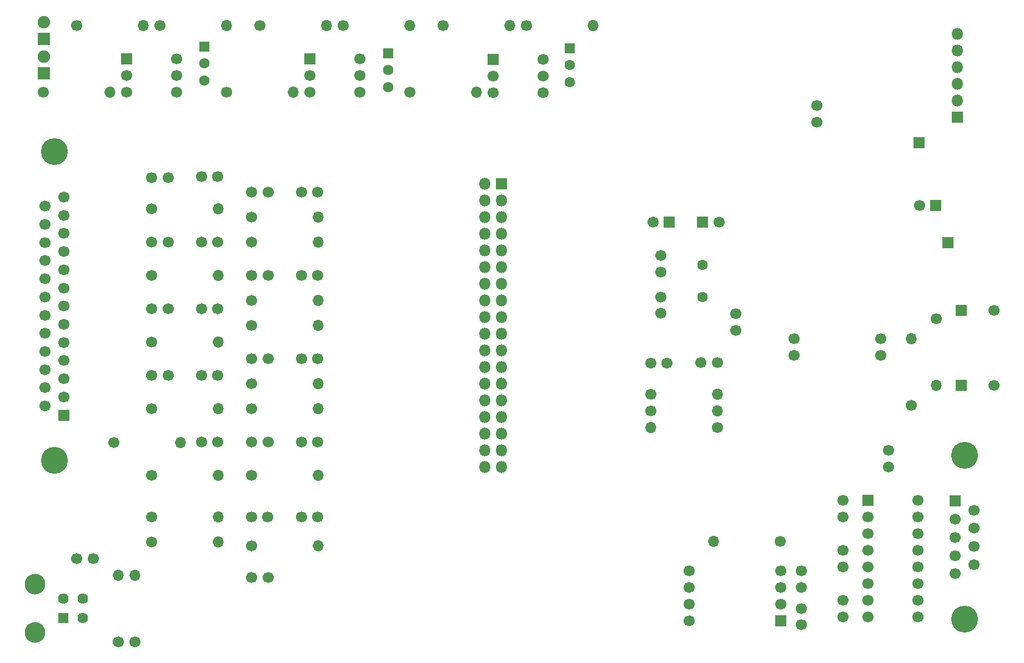
<source format=gbr>
%TF.GenerationSoftware,KiCad,Pcbnew,(5.1.6)-1*%
%TF.CreationDate,2021-08-21T14:57:10-07:00*%
%TF.ProjectId,BPEM488CW,4250454d-3438-4384-9357-2e6b69636164,rev?*%
%TF.SameCoordinates,Original*%
%TF.FileFunction,Soldermask,Bot*%
%TF.FilePolarity,Negative*%
%FSLAX46Y46*%
G04 Gerber Fmt 4.6, Leading zero omitted, Abs format (unit mm)*
G04 Created by KiCad (PCBNEW (5.1.6)-1) date 2021-08-21 14:57:10*
%MOMM*%
%LPD*%
G01*
G04 APERTURE LIST*
%ADD10O,1.700000X1.700000*%
%ADD11C,1.700000*%
%ADD12C,1.900000*%
%ADD13R,1.900000X1.900000*%
%ADD14R,1.700000X1.700000*%
%ADD15O,1.800000X1.800000*%
%ADD16R,1.800000X1.800000*%
%ADD17R,1.600000X1.600000*%
%ADD18C,1.600000*%
%ADD19C,4.100000*%
%ADD20R,1.624000X1.624000*%
%ADD21C,1.624000*%
%ADD22C,3.148000*%
G04 APERTURE END LIST*
D10*
%TO.C,R229*%
X88239600Y-118211600D03*
D11*
X78079600Y-118211600D03*
%TD*%
D12*
%TO.C,D2*%
X67462400Y-54102000D03*
D13*
X67462400Y-56642000D03*
%TD*%
D12*
%TO.C,D1*%
X67411600Y-59385200D03*
D13*
X67411600Y-61925200D03*
%TD*%
D11*
%TO.C,U201*%
X165836600Y-145389600D03*
X165836600Y-142849600D03*
X165836600Y-140309600D03*
X165836600Y-137769600D03*
X179806600Y-137769600D03*
X179806600Y-140309600D03*
X179806600Y-142849600D03*
D14*
X179806600Y-145389600D03*
%TD*%
D15*
%TO.C,U2*%
X206705200Y-55905400D03*
X206705200Y-58445400D03*
X206705200Y-60985400D03*
X206705200Y-63525400D03*
X206705200Y-66065400D03*
D16*
X206705200Y-68605400D03*
%TD*%
%TO.C,TP2*%
X205232000Y-87782400D03*
%TD*%
%TO.C,TP1*%
X200837800Y-72517000D03*
%TD*%
D17*
%TO.C,Q203*%
X91871800Y-57835800D03*
D18*
X91871800Y-63035800D03*
X91871800Y-60435800D03*
%TD*%
D17*
%TO.C,Q202*%
X119888000Y-58851800D03*
D18*
X119888000Y-64051800D03*
X119888000Y-61451800D03*
%TD*%
D17*
%TO.C,Q201*%
X147574000Y-58089800D03*
D18*
X147574000Y-63289800D03*
X147574000Y-60689800D03*
%TD*%
D11*
%TO.C,R226*%
X95250000Y-64770000D03*
D10*
X105410000Y-64770000D03*
%TD*%
D19*
%TO.C,J202*%
X69065000Y-120976000D03*
X69065000Y-73876000D03*
D11*
X67645000Y-82191000D03*
X67645000Y-84961000D03*
X67645000Y-87731000D03*
X67645000Y-90501000D03*
X67645000Y-93271000D03*
X67645000Y-96041000D03*
X67645000Y-98811000D03*
X67645000Y-101581000D03*
X67645000Y-104351000D03*
X67645000Y-107121000D03*
X67645000Y-109891000D03*
X67645000Y-112661000D03*
X70485000Y-80806000D03*
X70485000Y-83576000D03*
X70485000Y-86346000D03*
X70485000Y-89116000D03*
X70485000Y-91886000D03*
X70485000Y-94656000D03*
X70485000Y-97426000D03*
X70485000Y-100196000D03*
X70485000Y-102966000D03*
X70485000Y-105736000D03*
X70485000Y-108506000D03*
X70485000Y-111276000D03*
D14*
X70485000Y-114046000D03*
%TD*%
D19*
%TO.C,J201*%
X207795000Y-120200000D03*
X207795000Y-145200000D03*
D11*
X209215000Y-136855000D03*
X209215000Y-134085000D03*
X209215000Y-131315000D03*
X209215000Y-128545000D03*
X206375000Y-138240000D03*
X206375000Y-135470000D03*
X206375000Y-132700000D03*
X206375000Y-129930000D03*
D14*
X206375000Y-127160000D03*
%TD*%
D10*
%TO.C,R211*%
X109220000Y-133985000D03*
D11*
X99060000Y-133985000D03*
%TD*%
%TO.C,C232*%
X196215000Y-121920000D03*
X196215000Y-119420000D03*
%TD*%
%TO.C,C231*%
X189230000Y-134660000D03*
X189230000Y-137160000D03*
%TD*%
%TO.C,U205*%
X200660000Y-144780000D03*
X193040000Y-144780000D03*
X200660000Y-127000000D03*
X200660000Y-129540000D03*
X200660000Y-132080000D03*
X200660000Y-134620000D03*
X200660000Y-137160000D03*
X200660000Y-139700000D03*
X200660000Y-142240000D03*
X193040000Y-142240000D03*
X193040000Y-139700000D03*
X193040000Y-137160000D03*
X193040000Y-134620000D03*
X193040000Y-132080000D03*
X193040000Y-129540000D03*
D14*
X193040000Y-127000000D03*
%TD*%
D11*
%TO.C,C303*%
X185320000Y-69368000D03*
X185320000Y-66868000D03*
%TD*%
%TO.C,C307*%
X170355000Y-84613000D03*
D14*
X167855000Y-84613000D03*
%TD*%
D18*
%TO.C,Y301*%
X167855000Y-91163000D03*
X167855000Y-96043000D03*
%TD*%
D11*
%TO.C,U204*%
X87630000Y-59690000D03*
X87630000Y-62230000D03*
X87630000Y-64770000D03*
X80010000Y-64770000D03*
X80010000Y-62230000D03*
D14*
X80010000Y-59690000D03*
%TD*%
D11*
%TO.C,U203*%
X115570000Y-59690000D03*
X115570000Y-62230000D03*
X115570000Y-64770000D03*
X107950000Y-64770000D03*
X107950000Y-62230000D03*
D14*
X107950000Y-59690000D03*
%TD*%
D11*
%TO.C,U202*%
X143510000Y-59817000D03*
X143510000Y-62357000D03*
X143510000Y-64897000D03*
X135890000Y-64897000D03*
X135890000Y-62357000D03*
D14*
X135890000Y-59817000D03*
%TD*%
D10*
%TO.C,R304*%
X199715000Y-102393000D03*
D11*
X199715000Y-112553000D03*
%TD*%
D10*
%TO.C,R303*%
X203525000Y-109543000D03*
D11*
X203525000Y-99383000D03*
%TD*%
D10*
%TO.C,R302*%
X78740000Y-138430000D03*
D11*
X78740000Y-148590000D03*
%TD*%
D10*
%TO.C,R301*%
X81280000Y-138430000D03*
D11*
X81280000Y-148590000D03*
%TD*%
D10*
%TO.C,R225*%
X133350000Y-64770000D03*
D11*
X123190000Y-64770000D03*
%TD*%
D10*
%TO.C,R214*%
X160000000Y-115976000D03*
D11*
X170160000Y-115976000D03*
%TD*%
D10*
%TO.C,R204*%
X109220000Y-87630000D03*
D11*
X99060000Y-87630000D03*
%TD*%
D10*
%TO.C,R203*%
X170160000Y-110896000D03*
D11*
X160000000Y-110896000D03*
%TD*%
D10*
%TO.C,R202*%
X170160000Y-113436000D03*
D11*
X160000000Y-113436000D03*
%TD*%
D10*
%TO.C,R201*%
X169545000Y-133324600D03*
D11*
X179705000Y-133324600D03*
%TD*%
D15*
%TO.C,J302*%
X134620000Y-121920000D03*
X137160000Y-121920000D03*
X134620000Y-119380000D03*
X137160000Y-119380000D03*
X134620000Y-116840000D03*
X137160000Y-116840000D03*
X134620000Y-114300000D03*
X137160000Y-114300000D03*
X134620000Y-111760000D03*
X137160000Y-111760000D03*
X134620000Y-109220000D03*
X137160000Y-109220000D03*
X134620000Y-106680000D03*
X137160000Y-106680000D03*
X134620000Y-104140000D03*
X137160000Y-104140000D03*
X134620000Y-101600000D03*
X137160000Y-101600000D03*
X134620000Y-99060000D03*
X137160000Y-99060000D03*
X134620000Y-96520000D03*
X137160000Y-96520000D03*
X134620000Y-93980000D03*
X137160000Y-93980000D03*
X134620000Y-91440000D03*
X137160000Y-91440000D03*
X134620000Y-88900000D03*
X137160000Y-88900000D03*
X134620000Y-86360000D03*
X137160000Y-86360000D03*
X134620000Y-83820000D03*
X137160000Y-83820000D03*
X134620000Y-81280000D03*
X137160000Y-81280000D03*
X134620000Y-78740000D03*
D16*
X137160000Y-78740000D03*
%TD*%
D20*
%TO.C,J301*%
X70358000Y-145010000D03*
D21*
X70358000Y-142010000D03*
D22*
X66038000Y-147170000D03*
X66038000Y-139850000D03*
D21*
X73358000Y-145010000D03*
X73358000Y-142010000D03*
%TD*%
D11*
%TO.C,C312*%
X212335000Y-109543000D03*
D14*
X207335000Y-109543000D03*
%TD*%
D11*
%TO.C,C311*%
X212335000Y-98113000D03*
D14*
X207335000Y-98113000D03*
%TD*%
D11*
%TO.C,C310*%
X172935000Y-101118000D03*
X172935000Y-98618000D03*
%TD*%
%TO.C,C309*%
X160275000Y-84613000D03*
D14*
X162775000Y-84613000D03*
%TD*%
D11*
%TO.C,C308*%
X72430000Y-135890000D03*
X74930000Y-135890000D03*
%TD*%
%TO.C,C306*%
X200915000Y-82073000D03*
D14*
X203415000Y-82073000D03*
%TD*%
D11*
%TO.C,C305*%
X195005000Y-102433000D03*
X195005000Y-104933000D03*
%TD*%
%TO.C,C304*%
X181855000Y-102433000D03*
X181855000Y-104933000D03*
%TD*%
%TO.C,C302*%
X161505000Y-98543000D03*
X161505000Y-96043000D03*
%TD*%
%TO.C,C301*%
X161505000Y-89733000D03*
X161505000Y-92233000D03*
%TD*%
%TO.C,C218*%
X182880000Y-146010000D03*
X182880000Y-143510000D03*
%TD*%
%TO.C,C217*%
X182880000Y-137835000D03*
X182880000Y-140335000D03*
%TD*%
%TO.C,C212*%
X99100000Y-105410000D03*
X101600000Y-105410000D03*
%TD*%
%TO.C,C211*%
X99100000Y-92710000D03*
X101600000Y-92710000D03*
%TD*%
%TO.C,C210*%
X99100000Y-80010000D03*
X101600000Y-80010000D03*
%TD*%
%TO.C,C209*%
X159940000Y-106136000D03*
X162440000Y-106136000D03*
%TD*%
%TO.C,C204*%
X109180000Y-105410000D03*
X106680000Y-105410000D03*
%TD*%
%TO.C,C203*%
X109180000Y-92710000D03*
X106680000Y-92710000D03*
%TD*%
%TO.C,C202*%
X109180000Y-80010000D03*
X106680000Y-80010000D03*
%TD*%
%TO.C,C201*%
X170120000Y-106070000D03*
X167620000Y-106070000D03*
%TD*%
%TO.C,C205*%
X109180000Y-118110000D03*
X106680000Y-118110000D03*
%TD*%
%TO.C,C206*%
X106680000Y-129540000D03*
X109180000Y-129540000D03*
%TD*%
%TO.C,C207*%
X99120000Y-138800000D03*
X101620000Y-138800000D03*
%TD*%
%TO.C,C208*%
X91440000Y-77650000D03*
X93940000Y-77650000D03*
%TD*%
%TO.C,C213*%
X101600000Y-118110000D03*
X99100000Y-118110000D03*
%TD*%
%TO.C,C214*%
X99060000Y-129540000D03*
X101560000Y-129540000D03*
%TD*%
%TO.C,C216*%
X86360000Y-77880000D03*
X83860000Y-77880000D03*
%TD*%
%TO.C,C219*%
X93940000Y-87630000D03*
X91440000Y-87630000D03*
%TD*%
%TO.C,C220*%
X91440000Y-97790000D03*
X93940000Y-97790000D03*
%TD*%
%TO.C,C221*%
X93940000Y-107950000D03*
X91440000Y-107950000D03*
%TD*%
%TO.C,C222*%
X91440000Y-118110000D03*
X93940000Y-118110000D03*
%TD*%
%TO.C,C223*%
X83860000Y-87630000D03*
X86360000Y-87630000D03*
%TD*%
%TO.C,C224*%
X86360000Y-97790000D03*
X83860000Y-97790000D03*
%TD*%
%TO.C,C225*%
X83860000Y-107950000D03*
X86360000Y-107950000D03*
%TD*%
%TO.C,C230*%
X189230000Y-129540000D03*
X189230000Y-127040000D03*
%TD*%
%TO.C,C233*%
X189230000Y-142280000D03*
X189230000Y-144780000D03*
%TD*%
%TO.C,R205*%
X99060000Y-83820000D03*
D10*
X109220000Y-83820000D03*
%TD*%
%TO.C,R206*%
X109220000Y-100330000D03*
D11*
X99060000Y-100330000D03*
%TD*%
D10*
%TO.C,R207*%
X109220000Y-96520000D03*
D11*
X99060000Y-96520000D03*
%TD*%
D10*
%TO.C,R208*%
X109220000Y-113030000D03*
D11*
X99060000Y-113030000D03*
%TD*%
%TO.C,R209*%
X99060000Y-109220000D03*
D10*
X109220000Y-109220000D03*
%TD*%
D11*
%TO.C,R210*%
X99060000Y-123190000D03*
D10*
X109220000Y-123190000D03*
%TD*%
D11*
%TO.C,R212*%
X83820000Y-133350000D03*
D10*
X93980000Y-133350000D03*
%TD*%
%TO.C,R213*%
X93980000Y-82550000D03*
D11*
X83820000Y-82550000D03*
%TD*%
D10*
%TO.C,R215*%
X93980000Y-92710000D03*
D11*
X83820000Y-92710000D03*
%TD*%
%TO.C,R216*%
X83820000Y-102870000D03*
D10*
X93980000Y-102870000D03*
%TD*%
%TO.C,R217*%
X93980000Y-113030000D03*
D11*
X83820000Y-113030000D03*
%TD*%
%TO.C,R218*%
X83820000Y-123190000D03*
D10*
X93980000Y-123190000D03*
%TD*%
D11*
%TO.C,R219*%
X140970000Y-54610000D03*
D10*
X151130000Y-54610000D03*
%TD*%
%TO.C,R220*%
X123190000Y-54610000D03*
D11*
X113030000Y-54610000D03*
%TD*%
%TO.C,R221*%
X85090000Y-54610000D03*
D10*
X95250000Y-54610000D03*
%TD*%
%TO.C,R222*%
X138430000Y-54610000D03*
D11*
X128270000Y-54610000D03*
%TD*%
%TO.C,R223*%
X100330000Y-54610000D03*
D10*
X110490000Y-54610000D03*
%TD*%
%TO.C,R224*%
X82550000Y-54610000D03*
D11*
X72390000Y-54610000D03*
%TD*%
D10*
%TO.C,R227*%
X77470000Y-64770000D03*
D11*
X67310000Y-64770000D03*
%TD*%
%TO.C,R228*%
X83820000Y-129540000D03*
D10*
X93980000Y-129540000D03*
%TD*%
M02*

</source>
